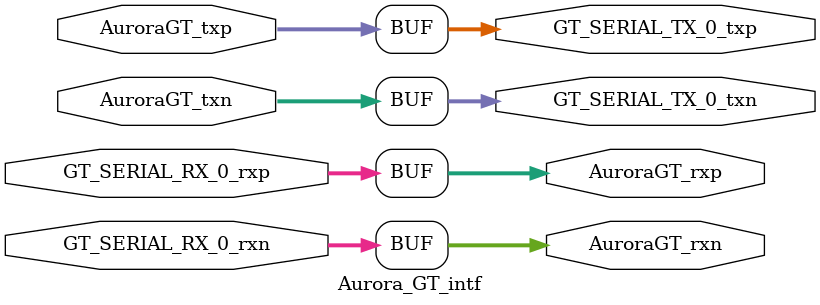
<source format=v>
`timescale 1ns / 1ps


module Aurora_GT_intf

   (
    GT_SERIAL_RX_0_rxn,
    GT_SERIAL_RX_0_rxp,
    GT_SERIAL_TX_0_txn,
    GT_SERIAL_TX_0_txp,
    
    AuroraGT_rxn,
    AuroraGT_rxp,
    AuroraGT_txn,
    AuroraGT_txp,
    );

  (* X_INTERFACE_INFO = "xilinx.com:interface:gt_rtl:1.0 gt_serial_port GRX_P" *)
    input        [                             3:0] GT_SERIAL_RX_0_rxp;
    (* X_INTERFACE_INFO = "xilinx.com:interface:gt_rtl:1.0 gt_serial_port GRX_N" *)
	input        [                             3:0] GT_SERIAL_RX_0_rxn;
 (* X_INTERFACE_INFO = "xilinx.com:interface:gt_rtl:1.0 gt_serial_port GTX_P" *)
	output       [                             3:0] GT_SERIAL_TX_0_txp; 
	(* X_INTERFACE_INFO = "xilinx.com:interface:gt_rtl:1.0 gt_serial_port GTX_N" *)
	output       [                             3:0] GT_SERIAL_TX_0_txn;
	
//	(* X_INTERFACE_INFO = "xilinx.com:interface:gt_rtl:1.0 gt_tx GRX_N" *)
//    input        [                             0:0] AuroraGT_txn;
//    (* X_INTERFACE_INFO = "xilinx.com:interface:gt_rtl:1.0 gt_tx GRX_P" *)
//	input        [                             0:0] AuroraGT_txp;
//    (* X_INTERFACE_INFO = "xilinx.com:interface:gt_rtl:1.0 gt_rx GTX_N" *)
//	output       [                             0:0] AuroraGT_rxn; 
//	(* X_INTERFACE_INFO = "xilinx.com:interface:gt_rtl:1.0 gt_rx GTX_P" *)
//	output       [                             0:0] AuroraGT_rxp;
	
////		(* X_INTERFACE_INFO = "xilinx.com:interface:diff_analog_io:1.0 AuroraGT_tx V_N" *)
//    input        [                             0:0] AuroraGT_txn;
////    (* X_INTERFACE_INFO = "xilinx.com:interface:diff_analog_io:1.0 AuroraGT_tx V_P" *)
//	input        [                             0:0] AuroraGT_txp;
////    (* X_INTERFACE_INFO = "xilinx.com:interface:diff_analog_io:1.0 AuroraGT_rx V_N" *)
//	output       [                             0:0] AuroraGT_rxn; 
////	(* X_INTERFACE_INFO = "xilinx.com:interface:diff_analog_io:1.0 AuroraGT_rx V_P" *)
//	output       [                             0:0] AuroraGT_rxp;
	
	(* X_INTERFACE_INFO = "xilinx.com:display_aurora:GT_Serial_Transceiver_Pins_TX_rtl:1.0 AuroraGT_tx TXN" *)
    input        [                             3:0] AuroraGT_txn;
    (* X_INTERFACE_INFO = "xilinx.com:display_aurora:GT_Serial_Transceiver_Pins_TX_rtl:1.0 AuroraGT_tx TXP" *)
	input        [                             3:0] AuroraGT_txp;
    (* X_INTERFACE_INFO = "xilinx.com:display_aurora:GT_Serial_Transceiver_Pins_RX_rtl:1.0 AuroraGT_rx RXN" *)
	output       [                             3:0] AuroraGT_rxn; 
	(* X_INTERFACE_INFO = "xilinx.com:display_aurora:GT_Serial_Transceiver_Pins_RX_rtl:1.0 AuroraGT_rx RXP" *)
	output       [                             3:0] AuroraGT_rxp;
	
	
	
	assign AuroraGT_rxp[3:0] = GT_SERIAL_RX_0_rxp[3:0];
	assign AuroraGT_rxn[3:0] = GT_SERIAL_RX_0_rxn[3:0];
	assign GT_SERIAL_TX_0_txp[3:0] = AuroraGT_txp[3:0];
	assign GT_SERIAL_TX_0_txn[3:0] = AuroraGT_txn[3:0];
	
//  input [0:0]GT_SERIAL_RX_0_rxn;
//  input [0:0]GT_SERIAL_RX_0_rxp;
//  output [0:0]GT_SERIAL_TX_0_txn;
//  output [0:0]GT_SERIAL_TX_0_txp;





endmodule

</source>
